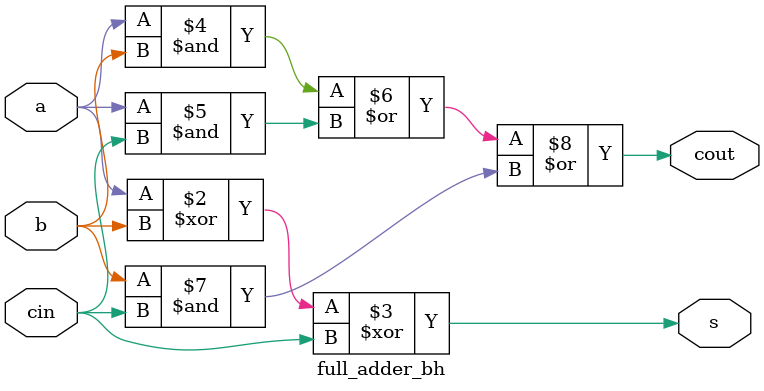
<source format=v>
/**************************************************
 P1.1 FULL ADDER BEHAVIORAL
 ************************************************/

 module full_adder_bh(s, cout, a, b, cin); 
 	input a, b, cin;
 	output reg s, cout;

 	always@(a,b,cin) begin
 		s=a^b^cin;
 		cout=(a&b)|(a&cin)|(b&cin);
 	end

 endmodule

</source>
